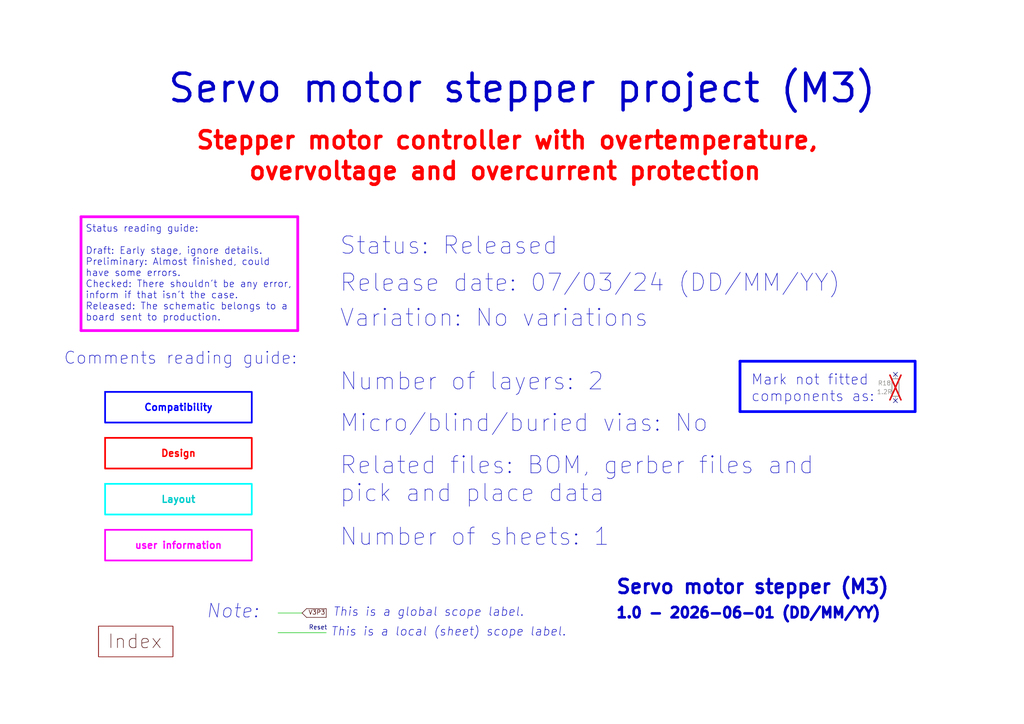
<source format=kicad_sch>
(kicad_sch (version 20250114) (generator "eeschema") (generator_version "9.0")
  (paper "A4")
  (title_block (title "Servo motor stepper - M3  project") (date "2024-12-14") (rev "1.0"))
  (lib_symbols
    (symbol "Device:R" (pin_numbers (hide yes)) (pin_names (offset 0))
      (property "Reference" "R" (at 2.032 0 90))
      (property "Value" "R" (at 0 0 90))
      (symbol "R_0_1"
        (rectangle (start -1.016 -2.54) (end 1.016 2.54) (stroke (width 0.254)))
      )
      (symbol "R_1_1"
        (pin passive line (at 0 3.81 270) (length 1.27) (name "~") (number "1"))
        (pin passive line (at 0 -3.81 90) (length 1.27) (name "~") (number "2"))
      )
    )
  )
  (text "Variation: No variations" (at 98.425 95.25 0) (effects (font (size 5 5)) (justify left bottom)))
  (text "${REVISION} - ${CURRENT_DATE} (DD/MM/YY)" (at 178.435 179.705 0) (effects (font (size 3 3) (thickness 0.8) (bold yes)) (justify left bottom)))
  (text "Status reading guide:\n\nDraft: Early stage, ignore details.\nPreliminary: Almost finished, could\nhave some errors.\nChecked: There shouldn't be any error,\ninform if that isn't the case.\nReleased: The schematic belongs to a \nboard sent to production." (at 24.765 93.345 0) (effects (font (size 2 2)) (justify left bottom)))
  (text "Servo motor stepper project (M3)" (at 48.26 30.48 0) (effects (font (size 8 8) (thickness 1) (bold yes)) (justify left bottom)))
  (text "This is a global scope label." (at 96.52 179.07 0) (effects (font (size 2.5 2.5) (italic yes)) (justify left bottom)))
  (text "Micro/blind/buried vias: No" (at 98.425 125.73 0) (effects (font (size 5 5)) (justify left bottom)))
  (text "Status: Released" (at 98.425 74.295 0) (effects (font (size 5 5)) (justify left bottom)))
  (text "Comments reading guide:" (at 18.415 106.045 0) (effects (font (size 3.5 3.5)) (justify left bottom)))
  (text "overvoltage and overcurrent protection" (at 71.755 52.705 0) (effects (font (size 5 5) (thickness 1) (bold yes)) (justify left bottom)))
  (text "Reset" (at 89.535 182.88 0) (effects (font (size 1.27 1.27)) (justify left bottom)))
  (text "Note:" (at 59.69 179.705 0) (effects (font (size 4 4) (italic yes)) (justify left bottom)))
  (text "Stepper motor controller with overtemperature," (at 56.515 43.815 0) (effects (font (size 5 5) (thickness 1) (bold yes)) (justify left bottom)))
  (text "Related files: BOM, gerber files and\npick and place data" (at 98.425 146.05 0) (effects (font (size 5 5)) (justify left bottom)))
  (text "Number of sheets: 1" (at 98.425 158.75 0) (effects (font (size 5 5)) (justify left bottom)))
  (text "This is a local (sheet) scope label." (at 95.885 184.785 0) (effects (font (size 2.5 2.5) (italic yes)) (justify left bottom)))
  (text "Index" (at 31.115 188.595 0) (effects (font (size 4 4)) (justify left bottom)))
  (text "Mark not fitted\ncomponents as:" (at 217.805 116.84 0) (effects (font (size 3 3)) (justify left bottom)))
  (text "Number of layers: 2" (at 98.425 113.665 0) (effects (font (size 5 5)) (justify left bottom)))
  (text "Release date: 07/03/24 (DD/MM/YY)" (at 98.425 85.09 0) (effects (font (size 5 5)) (justify left bottom)))
  (text "V3P3" (at 89.408 178.562 0) (effects (font (size 1.27 1.27)) (justify left bottom)))
  (text "Servo motor stepper (M3)" (at 178.435 172.72 0) (effects (font (size 4 4) (thickness 0.8) (bold yes)) (justify left bottom)))
  (text_box "Design" (at 30.48 127 0) (size 42.545 8.89) (margins 1.75 1.75 1.75 1.75) (stroke (width 0.5) (color 255 0 0 1)) (effects (font (size 2 2) (thickness 0.4) (bold yes))))
  (text_box "user information" (at 30.48 153.67 0) (size 42.545 8.89) (margins 1.75 1.75 1.75 1.75) (stroke (width 0.5) (color 255 0 255 1)) (effects (font (size 2 2) (thickness 0.4) (bold yes))))
  (text_box "Compatibility" (at 30.48 113.665 0) (size 42.545 8.89) (margins 1.75 1.75 1.75 1.75) (stroke (width 0.5) (color 0 0 255 1)) (effects (font (size 2 2) (thickness 0.4) (bold yes))))
  (text_box "Layout" (at 30.48 140.335 0) (size 42.545 8.89) (margins 1.75 1.75 1.75 1.75) (stroke (width 0.5) (color 0 255 255 1)) (effects (font (size 2 2) (thickness 0.4) (bold yes))))
  (no_connect (at 259.715 108.585))
  (no_connect (at 259.715 116.205))
  (polyline (pts (xy 88.9 176.53) (xy 94.615 176.53)) (stroke (width 0) (color 72 0 0 1)))
  (polyline (pts (xy 214.63 104.775) (xy 265.43 104.775)) (stroke (width 0.8) (type solid) (color 0 0 255 1)))
  (polyline (pts (xy 23.495 95.885) (xy 23.495 62.865)) (stroke (width 0.8) (color 255 0 255 1)))
  (polyline (pts (xy 80.645 177.8) (xy 87.63 177.8)) (stroke (width 0) (color 0 194 0 1)))
  (polyline (pts (xy 87.63 177.8) (xy 88.9 179.07)) (stroke (width 0) (color 72 0 0 1)))
  (polyline (pts (xy 86.36 95.885) (xy 23.495 95.885)) (stroke (width 0.8) (color 255 0 255 1)))
  (polyline (pts (xy 265.43 119.38) (xy 214.63 119.38)) (stroke (width 0.8) (type solid) (color 0 0 255 1)))
  (polyline (pts (xy 265.43 104.775) (xy 265.43 119.38)) (stroke (width 0.8) (type solid) (color 0 0 255 1)))
  (polyline (pts (xy 88.9 179.07) (xy 94.615 179.07)) (stroke (width 0) (color 72 0 0 1)))
  (polyline (pts (xy 23.495 62.865) (xy 86.36 62.865)) (stroke (width 0.8) (color 255 0 255 1)))
  (polyline (pts (xy 80.645 183.515) (xy 94.615 183.515)) (stroke (width 0) (color 0 194 0 1)))
  (polyline (pts (xy 86.36 62.865) (xy 86.36 95.885)) (stroke (width 0.8) (color 255 0 255 1)))
  (polyline (pts (xy 94.615 176.53) (xy 94.615 179.07)) (stroke (width 0) (color 72 0 0 1)))
  (polyline (pts (xy 214.63 119.38) (xy 214.63 104.775)) (stroke (width 0.8) (type solid) (color 0 0 255 1)))
  (polyline (pts (xy 87.63 177.8) (xy 88.9 176.53)) (stroke (width 0) (color 72 0 0 1)))
  (symbol (lib_id "Device:R") (at 259.715 112.395 0) (unit 1) (exclude_from_sim yes) (in_bom no) (on_board no) (dnp yes)
    (property "Reference" "R18" (at 256.54 111.125 0))
    (property "Value" "1.2R" (at 256.54 113.665 0))
    (property "Footprint" "Resistor_SMD:R_0402_1005Metric" (effects (hide yes)))
  )
  (sheet (at 28.575 181.61) (size 21.59 8.89) (stroke (width 0.1524))
    (property "Sheetname" "index" (effects (hide yes)))
    (property "Sheetfile" "index.kicad_sch" (effects (hide yes)))
  )
)
</source>
